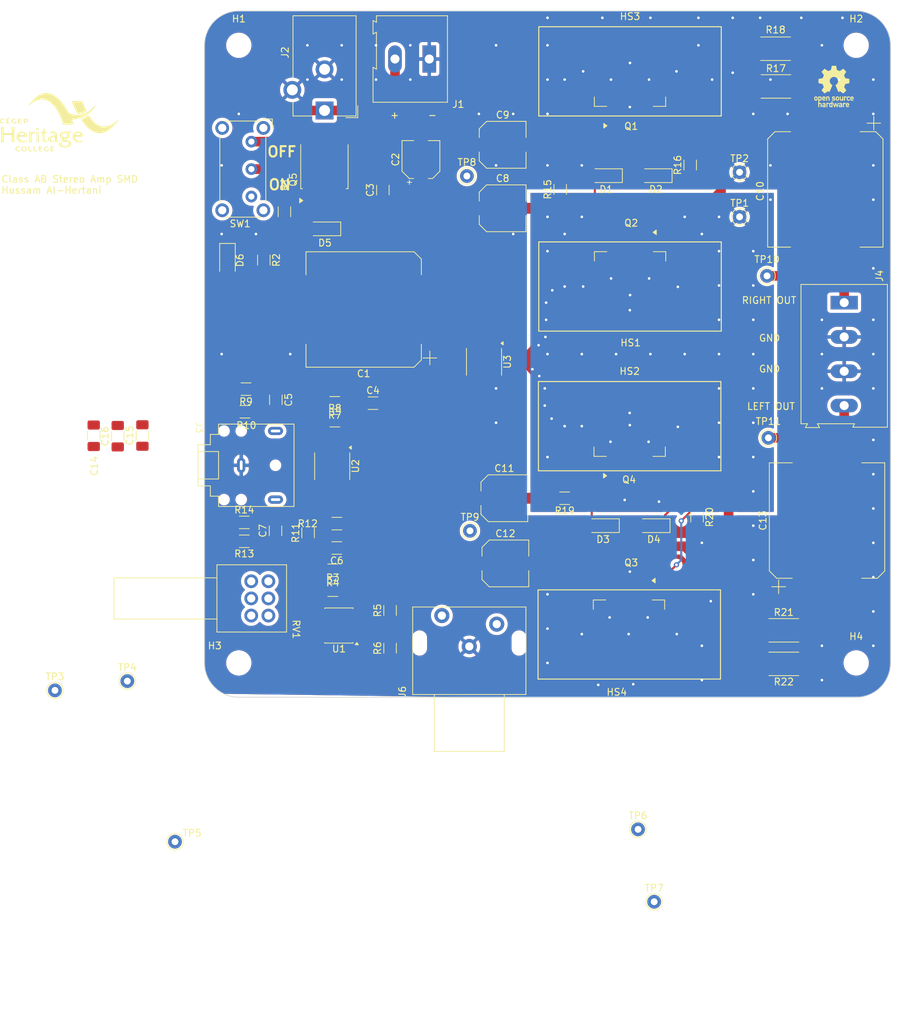
<source format=kicad_pcb>
(kicad_pcb (version 20241229) (generator "pcbnew") (generator_version "9.0")
  (layers (0 "F.Cu" signal) (2 "B.Cu" signal) (13 "F.Paste" user) (15 "B.Paste" user) (5 "F.SilkS" user "F.Silkscreen") (7 "B.SilkS" user "B.Silkscreen") (1 "F.Mask" user) (3 "B.Mask" user) (25 "Edge.Cuts" user))
  (net 0 "")
  (net 1 "GND")
  (net 2 "VCC")
  (net 3 "Net-(C4-Pad1)")
  (net 4 "Net-(U2A-+)")
  (net 5 "RIN0")
  (net 6 "Net-(C6-Pad1)")
  (net 7 "LIN0")
  (net 8 "Net-(U2B-+)")
  (net 9 "RIN2")
  (net 10 "Net-(D1-A)")
  (net 11 "Net-(D2-K)")
  (net 12 "ROUT")
  (net 13 "/POWC")
  (net 14 "LIN2")
  (net 15 "Net-(D3-A)")
  (net 16 "Net-(D4-K)")
  (net 17 "/POWF")
  (net 18 "LOUT")
  (net 19 "Net-(D1-K)")
  (net 20 "Net-(D3-K)")
  (net 21 "Net-(D5-A)")
  (net 22 "Net-(D6-A)")
  (net 23 "/VIN1")
  (net 24 "/POWB")
  (net 25 "/POWA")
  (net 26 "/POWE")
  (net 27 "/POWD")
  (net 28 "/VIN2")
  (net 29 "Net-(U1A-+)")
  (net 30 "Net-(U1B-+)")
  (net 31 "Net-(U2A--)")
  (net 32 "RIN1")
  (net 33 "Net-(U2B--)")
  (net 34 "LIN1")
  (net 35 "Net-(U3A-+)")
  (net 36 "VCC_DIV_2")
  (net 37 "Net-(U3B-+)")
  (net 39 "Net-(U1A--)")
  (footprint "Connector_BarrelJack:BarrelJack_CUI_PJ-102AH_Horizontal" (layer "F.Cu") (at 117.5 64.5 180)
    (property "Reference" "J2")
    (property "Value" "Barrel_Jack_Switch")
  )
  (footprint "TestPoint:TestPoint_THTPad_D2.0mm_Drill1.0mm" (layer "F.Cu") (at 163.2 169.25)
    (property "Reference" "TP6")
    (property "Value" "RIN1")
  )
  (footprint "Capacitor_SMD:C_Elec_6.3x5.4" (layer "F.Cu") (at 143.4625 69.5)
    (property "Reference" "C9")
    (property "Value" "33u")
  )
  (footprint "TestPoint:TestPoint_THTPad_D2.0mm_Drill1.0mm" (layer "F.Cu") (at 88.75 147.65)
    (property "Reference" "TP4")
    (property "Value" "LIN")
  )
  (footprint "Package_SO:SOIC-8_3.9x4.9mm_P1.27mm" (layer "F.Cu") (at 119.6 139.55 180)
    (property "Reference" "U1")
    (property "Value" "NE5532")
  )
  (footprint "TestPoint:TestPoint_THTPad_D2.0mm_Drill1.0mm" (layer "F.Cu") (at 138.7 125.75)
    (property "Reference" "TP9")
    (property "Value" "LIN2")
  )
  (footprint "Resistor_SMD:R_1206_3216Metric_Pad1.30x1.75mm_HandSolder" (layer "F.Cu") (at 171.8 123.75 -90)
    (property "Reference" "R20")
    (property "Value" "3k")
  )
  (footprint "Capacitor_SMD:C_1206_3216Metric_Pad1.33x1.80mm_HandSolder" (layer "F.Cu") (at 124.5625 107.15)
    (property "Reference" "C4")
    (property "Value" "1u")
  )
  (footprint "Resistor_SMD:R_1206_3216Metric_Pad1.30x1.75mm_HandSolder" (layer "F.Cu") (at 115.1 126.05 90)
    (property "Reference" "R11")
    (property "Value" "10k")
  )
  (footprint "Resistor_SMD:R_2512_6332Metric_Pad1.40x3.35mm_HandSolder" (layer "F.Cu") (at 183.25 55.5 180)
    (property "Reference" "R18")
    (property "Value" "1")
  )
  (footprint "TestPoint:TestPoint_THTPad_D2.0mm_Drill1.0mm" (layer "F.Cu") (at 138.25 74.05)
    (property "Reference" "TP8")
    (property "Value" "RIN2")
  )
  (footprint "Resistor_SMD:R_1206_3216Metric_Pad1.30x1.75mm_HandSolder" (layer "F.Cu") (at 105.8 127.275 180)
    (property "Reference" "R13")
    (property "Value" "47k")
  )
  (footprint "myparts:PTD902-2015K-B103" (layer "F.Cu") (at 106.8125 138.1 180)
    (property "Reference" "RV1")
    (property "Value" "10k")
  )
  (footprint "Diode_SMD:D_SOD-123" (layer "F.Cu") (at 165.8 74 180)
    (property "Reference" "D2")
    (property "Value" "1N4148W")
  )
  (footprint "TerminalBlock:TerminalBlock_Altech_AK300-2_P5.00mm" (layer "F.Cu") (at 132.765 57 180)
    (property "Reference" "J1")
    (property "Value" "Screw_Terminal_01x02")
  )
  (footprint "Heatsink:Heatsink_AAVID_573300D00010G_TO-263" (layer "F.Cu") (at 162.03 58.8)
    (property "Reference" "HS3")
    (property "Value" "Q1")
  )
  (footprint "Capacitor_SMD:CP_Elec_5x5.3" (layer "F.Cu") (at 131.55 71.65 90)
    (property "Reference" "C2")
    (property "Value" "10u")
  )
  (footprint "Heatsink:Heatsink_AAVID_573300D00010G_TO-263" (layer "F.Cu") (at 161.92 140.85)
    (property "Reference" "HS4")
    (property "Value" "Q3")
  )
  (footprint "myparts:Jack_3.5mm_CUI_SJ1-2523N_Horizontal" (layer "F.Cu") (at 105.352 116.296 -90)
    (property "Reference" "J3")
    (property "Value" "AudioJack3")
  )
  (footprint "Resistor_SMD:R_1206_3216Metric_Pad1.30x1.75mm_HandSolder" (layer "F.Cu") (at 105.9 108.4)
    (property "Reference" "R10")
    (property "Value" "47k")
  )
  (footprint "Package_SO:SOIC-8_3.9x4.9mm_P1.27mm" (layer "F.Cu") (at 140.745 101.125 -90)
    (property "Reference" "U3")
    (property "Value" "NE5532")
  )
  (footprint "Package_TO_SOT_SMD:TO-263-2" (layer "F.Cu") (at 162.04 89.9 -90)
    (property "Reference" "Q2")
    (property "Value" "NJVMJB41CT4G")
  )
  (footprint "logos:heritage-logo-small" (layer "F.Cu") (at 78.55 66.2)
    (property "Reference" "G***" (hide yes))
    (property "Value" "LOGO" (hide yes))
  )
  (footprint "Capacitor_SMD:C_Elec_6.3x5.4" (layer "F.Cu") (at 143.8625 130.5)
    (property "Reference" "C12")
    (property "Value" "33u")
  )
  (footprint "Symbol:OSHW-Logo_5.7x6mm_SilkScreen" (layer "F.Cu") (at 191.75 61)
    (property "Reference" "REF**" (hide yes))
    (property "Value" "OSHW-Logo_5.7x6mm_SilkScreen" (hide yes))
  )
  (footprint "Diode_SMD:D_SOD-123" (layer "F.Cu") (at 158.55 74 180)
    (property "Reference" "D1")
    (property "Value" "1N4148W")
  )
  (footprint "Resistor_SMD:R_1206_3216Metric_Pad1.30x1.75mm_HandSolder" (layer "F.Cu") (at 111.65 79.25 -90)
    (property "Reference" "R1")
    (property "Value" "100k")
  )
  (footprint "MountingHole:MountingHole_3.2mm_M3_ISO7380" (layer "F.Cu") (at 195 55)
    (property "Reference" "H2")
    (property "Value" "MountingHole")
  )
  (footprint "Resistor_SMD:R_1206_3216Metric_Pad1.30x1.75mm_HandSolder" (layer "F.Cu") (at 127.05 137.35 90)
    (property "Reference" "R5")
    (property "Value" "22k")
  )
  (footprint "Button_Switch_THT:SW_E-Switch_EG1224_SPDT_Angled" (layer "F.Cu") (at 106.8325 69.0425 -90)
    (property "Reference" "SW1")
    (property "Value" "SW_SPDT")
  )
  (footprint "Resistor_SMD:R_1206_3216Metric_Pad1.30x1.75mm_HandSolder" (layer "F.Cu") (at 119 109.7)
    (property "Reference" "R8")
    (property "Value" "220k")
  )
  (footprint "TerminalBlock:TerminalBlock_Altech_AK300-4_P5.00mm" (layer "F.Cu") (at 193.25 92.5 -90)
    (property "Reference" "J4")
    (property "Value" "Screw_Terminal_01x04")
  )
  (footprint "MountingHole:MountingHole_3.2mm_M3_ISO7380" (layer "F.Cu") (at 105 55)
    (property "Reference" "H1")
    (property "Value" "MountingHole")
  )
  (footprint "Resistor_SMD:R_2512_6332Metric_Pad1.40x3.35mm_HandSolder" (layer "F.Cu") (at 184.45 140.25)
    (property "Reference" "R21")
    (property "Value" "1")
  )
  (footprint "Resistor_SMD:R_1206_3216Metric_Pad1.30x1.75mm_HandSolder" (layer "F.Cu") (at 108.65 86.3 -90)
    (property "Reference" "R2")
    (property "Value" "2.4k")
  )
  (footprint "TestPoint:TestPoint_THTPad_D2.0mm_Drill1.0mm" (layer "F.Cu") (at 182 88.6)
    (property "Reference" "TP10")
    (property "Value" "ROUT")
  )
  (footprint "TestPoint:TestPoint_THTPad_D2.0mm_Drill1.0mm" (layer "F.Cu") (at 182.2 112.2)
    (property "Reference" "TP11")
    (property "Value" "LOUT")
  )
  (footprint "Package_TO_SOT_SMD:TO-263-2" (layer "F.Cu") (at 161.875 140.65 -90)
    (property "Reference" "Q3")
    (property "Value" "NJVMJB42CT4G")
  )
  (footprint "Capacitor_SMD:C_1206_3216Metric_Pad1.33x1.80mm_HandSolder" (layer "F.Cu") (at 87.35 111.9625 90)
    (property "Reference" "C16")
    (property "Value" "1u")
  )
  (footprint "Resistor_SMD:R_1206_3216Metric_Pad1.30x1.75mm_HandSolder" (layer "F.Cu") (at 151.85 76 90)
    (property "Reference" "R15")
    (property "Value" "3k")
  )
  (footprint "Capacitor_SMD:C_Elec_6.3x5.4" (layer "F.Cu") (at 143.7125 121)
    (property "Reference" "C11")
    (property "Value" "33u")
  )
  (footprint "Resistor_SMD:R_1206_3216Metric_Pad1.30x1.75mm_HandSolder" (layer "F.Cu") (at 105.8 124.525)
    (property "Reference" "R14")
    (property "Value" "47k")
  )
  (footprint "Resistor_SMD:R_1206_3216Metric_Pad1.30x1.75mm_HandSolder" (layer "F.Cu") (at 119.3 124.7)
    (property "Reference" "R12")
    (property "Value" "220k")
  )
  (footprint "Capacitor_SMD:C_1206_3216Metric_Pad1.33x1.80mm_HandSolder" (layer "F.Cu") (at 110.35 125.7375 90)
    (property "Reference" "C7")
    (property "Value" "1u")
  )
  (footprint "Capacitor_SMD:CP_Elec_16x17.5" (layer "F.Cu") (at 190.5 76 -90)
    (property "Reference" "C10")
    (property "Value" "1000u")
  )
  (footprint "Resistor_SMD:R_1206_3216Metric_Pad1.30x1.75mm_HandSolder" (layer "F.Cu") (at 119 107.1 180)
    (property "Reference" "R7")
    (property "Value" "10k")
  )
  (footprint "Capacitor_SMD:C_1206_3216Metric_Pad1.33x1.80mm_HandSolder" (layer "F.Cu") (at 110.4 106.6625 -90)
    (property "Reference" "C5")
    (property "Value" "1u")
  )
  (footprint "Diode_SMD:D_SOD-123" (layer "F.Cu") (at 158.1 125 180)
    (property "Reference" "D3")
    (property "Value" "1N4148W")
  )
  (footprint "MountingHole:MountingHole_3.2mm_M3_ISO7380" (layer "F.Cu") (at 105 145)
    (property "Reference" "H3")
    (property "Value" "MountingHole")
  )
  (footprint "Diode_SMD:D_SOD-123" (layer "F.Cu") (at 165.5 125 180)
    (property "Reference" "D4")
    (property "Value" "1N4148W")
  )
  (footprint "Capacitor_SMD:CP_Elec_16x17.5" (layer "F.Cu") (at 123.2 93.5 180)
    (property "Reference" "C1")
    (property "Value" "1000u")
  )
  (footprint "Capacitor_SMD:C_1206_3216Metric_Pad1.33x1.80mm_HandSolder" (layer "F.Cu") (at 83.85 111.9 90)
    (property "Reference" "C14")
    (property "Value" "1u")
  )
  (footprint "Resistor_SMD:R_2512_6332Metric_Pad1.40x3.35mm_HandSolder" (layer "F.Cu") (at 183.3 61)
    (property "Reference" "R17")
    (property "Value" "1")
  )
  (footprint "Capacitor_SMD:C_1206_3216Metric_Pad1.33x1.80mm_HandSolder" (layer "F.Cu") (at 119.2875 128.25 180)
    (property "Reference" "C6")
    (property "Value" "1u")
  )
  (footprint "LED_SMD:LED_1206_3216Metric_Pad1.42x1.75mm_HandSolder" (layer "F.Cu") (at 103.35 86.3375 -90)
    (property "Reference" "D6")
    (property "Value" "LED")
  )
  (footprint "TestPoint:TestPoint_THTPad_D2.0mm_Drill1.0mm" (layer "F.Cu") (at 95.7 171.05)
    (property "Reference" "TP5")
    (property "Value" "VCC_DIV_2")
  )
  (footprint "Capacitor_SMD:C_Elec_6.3x5.4" (layer "F.Cu") (at 143.4625 78.75)
    (property "Reference" "C8")
    (property "Value" "33u")
  )
  (footprint "Resistor_SMD:R_1206_3216Metric_Pad1.30x1.75mm_HandSolder" (layer "F.Cu") (at 106.05 105.1 180)
    (property "Reference" "R9")
    (property "Value" "47k")
  )
  (footprint "Resistor_SMD:R_1206_3216Metric_Pad1.30x1.75mm_HandSolder" (layer "F.Cu") (at 152.5 121 180)
    (property "Reference" "R19")
    (property "Value" "3k")
  )
  (footprint "Capacitor_SMD:C_1206_3216Metric_Pad1.33x1.80mm_HandSolder" (layer "F.Cu") (at 90.95 111.8625 90)
    (property "Reference" "C15")
    (property "Value" "1u")
  )
  (footprint "Diode_SMD:D_SOD-123" (layer "F.Cu") (at 117.5 81.75 180)
    (property "Reference" "D5")
    (property "Value" "MMSZ52XXB")
  )
  (footprint "TestPoint:TestPoint_THTPad_D2.0mm_Drill1.0mm" (layer "F.Cu") (at 178 80)
    (property "Reference" "TP1")
    (property "Value" "VCC")
  )
  (footprint "TestPoint:TestPoint_THTPad_D2.0mm_Drill1.0mm" (layer "F.Cu") (at 165.55 179.8)
    (property "Reference" "TP7")
    (property "Value" "LIN1")
  )
  (footprint "Resistor_SMD:R_2512_6332Metric_Pad1.40x3.35mm_HandSolder" (layer "F.Cu") (at 184.45 145.14 180)
    (property "Reference" "R22")
    (property "Value" "1")
  )
  (footprint "Resistor_SMD:R_1206_3216Metric_Pad1.30x1.75mm_HandSolder" (layer "F.Cu") (at 118.7 131.5 180)
    (property "Reference" "R4")
    (property "Value" "22k")
  )
  (footprint "myparts:RCJ-2223" (layer "F.Cu") (at 138.6 142.6 180)
    (property "Reference" "J6")
    (property "Value" "Conn_Coaxial_x2")
  )
  (footprint "MountingHole:MountingHole_3.2mm_M3_ISO7380" (layer "F.Cu") (at 195 145)
    (property "Reference" "H4")
    (property "Value" "MountingHole")
  )
  (footprint "Package_SO:SOIC-8_3.9x4.9mm_P1.27mm" (layer "F.Cu") (at 118.615 116.325 -90)
    (property "Reference" "U2")
    (property "Value" "NE5532")
  )
  (footprint "Heatsink:Heatsink_AAVID_573300D00010G_TO-263" (layer "F.Cu") (at 162.03 90.15)
    (property "Reference" "HS1")
    (property "Value" "Q2")
  )
  (footprint "TestPoint:TestPoint_THTPad_D2.0mm_Drill1.0mm" (layer "F.Cu") (at 178 73.5)
    (property "Reference" "TP2")
    (property "Value" "GND")
  )
  (footprint "Heatsink:Heatsink_AAVID_573300D00010G_TO-263" (layer "F.Cu") (at 161.975 110.5)
    (property "Reference" "HS2")
    (property "Value" "Q4")
  )
  (footprint "Resistor_SMD:R_1206_3216Metric_Pad1.30x1.75mm_HandSolder" (layer "F.Cu") (at 170.8 72.45 90)
    (property "Reference" "R16")
    (property "Value" "3k")
  )
  (footprint "Resistor_SMD:R_1206_3216Metric_Pad1.30x1.75mm_HandSolder" (layer "F.Cu") (at 127.05 142.85 90)
    (property "Reference" "R6")
    (property "Value" "22k")
  )
  (footprint "TestPoint:TestPoint_THTPad_D2.0mm_Drill1.0mm" (layer "F.Cu") (at 78.2 149)
    (property "Reference" "TP3")
    (property "Value" "RIN")
  )
  (footprint "Package_TO_SOT_SMD:TO-263-2" (layer "F.Cu") (at 162.025 59.075 90)
    (property "Reference" "Q1")
    (property "Value" "NJVMJB42CT4G")
  )
  (footprint "Resistor_SMD:R_1206_3216Metric_Pad1.30x1.75mm_HandSolder" (layer "F.Cu") (at 118.7 134.4)
    (property "Reference" "R3")
    (property "Value" "22k")
  )
  (footprint "Package_TO_SOT_SMD:TO-263-2" (layer "F.Cu") (at 161.975 110.075 90)
    (property "Reference" "Q4")
    (property "Value" "NJVMJB41CT4G")
  )
  (footprint "Capacitor_SMD:C_1206_3216Metric_Pad1.33x1.80mm_HandSolder" (layer "F.Cu") (at 126 76.1 90)
    (property "Reference" "C3")
    (property "Value" "1u")
  )
  (footprint "Package_TO_SOT_SMD:TO-252-2" (layer "F.Cu") (at 117.475 72.585 90)
    (property "Reference" "Q5")
    (property "Value" "DMP6180SK3")
  )
  (footprint "Capacitor_SMD:CP_Elec_16x17.5" (layer "F.Cu") (at 190.75 124.25 90)
    (property "Reference" "C13")
    (property "Value" "1000u")
  )
  (gr_line (start 200 55) (end 200 145) (stroke (width 0.1)) (layer "Edge.Cuts"))
  (gr_arc (start 105 150) (mid 101.464466 148.535534) (end 100 145) (stroke (width 0.1)) (layer "Edge.Cuts"))
  (gr_line (start 100 145) (end 100 55) (stroke (width 0.1)) (layer "Edge.Cuts"))
  (gr_arc (start 200 145) (mid 198.535534 148.535534) (end 195 150) (stroke (width 0.1)) (layer "Edge.Cuts"))
  (gr_arc (start 195 50) (mid 198.535534 51.464466) (end 200 55) (stroke (width 0.1)) (layer "Edge.Cuts"))
  (gr_arc (start 100 55) (mid 101.464466 51.464466) (end 105 50) (stroke (width 0.1)) (layer "Edge.Cuts"))
  (gr_line (start 195 150) (end 105 150) (stroke (width 0.1)) (layer "Edge.Cuts"))
  (gr_line (start 105 50) (end 195 50) (stroke (width 0.1)) (layer "Edge.Cuts"))
  (gr_text "GND\n" (at 180.75 98.25 0) (layer "F.SilkS") (effects (font (size 1 1)) (justify left bottom)))
  (gr_text "ON" (at 109.2 76.2 0) (layer "F.SilkS") (effects (font (size 1.5 1.5) (thickness 0.3) (bold yes)) (justify left bottom)))
  (gr_text "OFF\n" (at 109 71.4 0) (layer "F.SilkS") (effects (font (size 1.5 1.5) (thickness 0.3) (bold yes)) (justify left bottom)))
  (gr_text "Class AB Stereo Amp SMD\nHussam Al-Hertani" (at 70.3 76.7 0) (layer "F.SilkS") (effects (font (size 1 1)) (justify left bottom)))
  (gr_text "GND\n" (at 180.75 102.75 0) (layer "F.SilkS") (effects (font (size 1 1)) (justify left bottom)))
  (gr_text "RIGHT OUT\n" (at 178.25 92.75 0) (layer "F.SilkS") (effects (font (size 1 1)) (justify left bottom)))
  (gr_text "-\n" (at 132.5 65.75 0) (layer "F.SilkS") (effects (font (size 1 1)) (justify left bottom)))
  (gr_text "+\n" (at 127 65.75 0) (layer "F.SilkS") (effects (font (size 1 1)) (justify left bottom)))
  (gr_text "LEFT OUT" (at 179 108.2 0) (layer "F.SilkS") (effects (font (size 1 1)) (justify left bottom)))
  (via (at 168.84 140.8) (size 0.762) (drill 0.381) (layers "F.Cu" "B.Cu") (net 1))
  (via (at 165 51) (size 0.762) (drill 0.381) (layers "F.Cu" "B.Cu") (net 1))
  (via (at 150 72.5) (size 0.762) (drill 0.381) (layers "F.Cu" "B.Cu") (net 1))
  (via (at 130 55) (size 0.762) (drill 0.381) (layers "F.Cu" "B.Cu") (net 1))
  (via (at 158 51) (size 0.762) (drill 0.381) (layers "F.Cu" "B.Cu") (net 1))
  (via (at 157.4 148.2) (size 0.762) (drill 0.381) (layers "F.Cu" "B.Cu") (net 1))
  (via (at 197.5 117.5) (size 0.762) (drill 0.381) (layers "F.Cu" "B.Cu") (net 1))
  (via (at 168.8 58.8) (size 0.762) (drill 0.381) (layers "F.Cu" "B.Cu") (net 1))
  (via (at 177 59) (size 0.762) (drill 0.381) (layers "F.Cu" "B.Cu") (net 1))
  (via (at 152.5 60) (size 0.762) (drill 0.381) (layers "F.Cu" "B.Cu") (net 1))
  (via (at 190 55) (size 0.762) (drill 0.381) (layers "F.Cu" "B.Cu") (net 1))
  (via (at 177 51) (size 0.762) (drill 0.381) (layers "F.Cu" "B.Cu") (net 1))
  (via (at 140 65) (size 0.762) (drill 0.381) (layers "F.Cu" "B.Cu") (net 1))
  (via (at 197.5 72.5) (size 0.762) (drill 0.381) (layers "F.Cu" "B.Cu") (net 1))
  (via (at 162.5 148.1) (size 0.762) (drill 0.381) (layers "F.Cu" "B.Cu") (net 1))
  (via (at 192.5 60) (size 0.762) (drill 0.381) (layers "F.Cu" "B.Cu") (net 1))
  (via (at 150 140) (size 0.762) (drill 0.381) (layers "F.Cu" "B.Cu") (net 1))
  (via (at 115 55) (size 0.762) (drill 0.381) (layers "F.Cu" "B.Cu") (net 1))
  (via (at 159.055 138.375) (size 0.762) (drill 0.381) (layers "F.Cu" "B.Cu") (net 1))
  (via (at 161.83 140.8) (size 0.762) (drill 0.381) (layers "F.Cu" "B.Cu") (net 1))
  (via (at 115 60) (size 0.762) (drill 0.381) (layers "F.Cu" "B.Cu") (net 1))
  (via (at 164.8 60) (size 0.762) (drill 0.381) (layers "F.Cu" "B.Cu") (net 1))
  (via (at 150 65) (size 0.762) (drill 0.381) (layers "F.Cu" "B.Cu") (net 1))
  (via (at 190 142.5) (size 0.762) (drill 0.381) (layers "F.Cu" "B.Cu") (net 1))
  (via (at 120 60) (size 0.762) (drill 0.381) (layers "F.Cu" "B.Cu") (net 1))
  (via (at 162 64) (size 0.762) (drill 0.381) (layers "F.Cu" "B.Cu") (net 1))
  (via (at 142.5 55) (size 0.762) (drill 0.381) (layers "F.Cu" "B.Cu") (net 1))
  (via (at 125 55) (size 0.762) (drill 0.381) (layers "F.Cu" "B.Cu") (net 1))
  (via (at 120 55) (size 0.762) (drill 0.381) (layers "F.Cu" "B.Cu") (net 1))
  (via (at 193 51) (size 0.762) (drill 0.381) (layers "F.Cu" "B.Cu") (net 1))
  (via (at 181 51) (size 0.762) (drill 0.381) (layers "F.Cu" "B.Cu") (net 1))
  (via (at 107.5 82.5) (size 0.762) (drill 0.381) (layers "F.Cu" "B.Cu") (net 1))
  (via (at 197.5 95) (size 0.762) (drill 0.381) (layers "F.Cu" "B.Cu") (net 1))
  (via (at 150 60) (size 0.762) (drill 0.381) (layers "F.Cu" "B.Cu") (net 1))
  (via (at 155 72.5) (size 0.762) (drill 0.381) (layers "F.Cu" "B.Cu") (net 1))
  (via (at 197.5 65) (size 0.762) (drill 0.381) (layers "F.Cu" "B.Cu") (net 1))
  (via (at 185 65) (size 0.762) (drill 0.381) (layers "F.Cu" "B.Cu") (net 1))
  (via (at 197.5 87.5) (size 0.762) (drill 0.381) (layers "F.Cu" "B.Cu") (net 1))
  (via (at 112.5 100) (size 0.762) (drill 0.381) (layers "F.Cu" "B.Cu") (net 1))
  (via (at 197.5 122.5) (size 0.762) (drill 0.381) (layers "F.Cu" "B.Cu") (net 1))
  (via (at 155 140.8) (size 0.762) (drill 0.381) (layers "F.Cu" "B.Cu") (net 1))
  (via (at 187 51) (size 0.762) (drill 0.381) (layers "F.Cu" "B.Cu") (net 1))
  (via (at 197.5 100) (size 0.762) (drill 0.381) (layers "F.Cu" "B.Cu") (net 1))
  (via (at 190 147.5) (size 0.762) (drill 0.381) (layers "F.Cu" "B.Cu") (net 1))
  (via (at 180 65) (size 0.762) (drill 0.381) (layers "F.Cu" "B.Cu") (net 1))
  (via (at 150 51) (size 0.762) (drill 0.381) (layers "F.Cu" "B.Cu") (net 1))
  (via (at 172.5 147.5) (size 0.762) (drill 0.381) (layers "F.Cu" "B.Cu") (net 1))
  (via (at 190 95) (size 0.762) (drill 0.381) (layers "F.Cu" "B.Cu") (net 1))
  (via (at 172.5 127.5) (size 0.762) (drill 0.381) (layers "F.Cu" "B.Cu") (net 1))
  (via (at 180 135) (size 0.762) (drill 0.381) (layers "F.Cu" "B.Cu") (net 1))
  (via (at 172 51) (size 0.762) (drill 0.381) (layers "F.Cu" "B.Cu") (net 1))
  (via (at 197.5 105) (size 0.762) (drill 0.381) (layers "F.Cu" "B.Cu") (net 1))
  (via (at 180 130) (size 0.762) (drill 0.381) (layers "F.Cu" "B.Cu") (net 1))
  (via (at 173.8 136) (size 0.762) (drill 0.381) (layers "F.Cu" "B.Cu") (net 1))
  (via (at 145 82.5) (size 0.762) (drill 0.381) (layers "F.Cu" "B.Cu") (net 1))
  (via (at 102.5 82.5) (size 0.762) (drill 0.381) (layers "F.Cu" "B.Cu") (net 1))
  (via (at 102.5 100) (size 0.762) (drill 0.381) (layers "F.Cu" "B.Cu") (net 1))
  (via (at 145 65) (size 0.762) (drill 0.381) (layers "F.Cu" "B.Cu") (net 1))
  (via (at 197.5 137.5) (size 0.762) (drill 0.381) (layers "F.Cu" "B.Cu") (net 1))
  (via (at 197.5 112.5) (size 0.762) (drill 0.381) (layers "F.Cu" "B.Cu") (net 1))
  (via (at 197.5 77.5) (size 0.762) (drill 0.381) (layers "F.Cu" "B.Cu") (net 1))
  (via (at 197.5 132.5) (size 0.762) (drill 0.381) (layers "F.Cu" "B.Cu") (net 1))
  (via (at 174 60) (size 0.762) (drill 0.381) (layers "F.Cu" "B.Cu") (net 1))
  (via (at 150 145) (size 0.762) (drill 0.381) (layers "F.Cu" "B.Cu") (net 1))
  (via (at 162.025 57.575) (size 0.762) (drill 0.381) (layers "F.Cu" "B.Cu") (net 1))
  (via (at 172 55) (size 0.762) (drill 0.381) (layers "F.Cu" "B.Cu") (net 1))
  (via (at 162 131.7) (size 0.762) (drill 0.381) (layers "F.Cu" "B.Cu") (net 1))
  (via (at 150 135) (size 0.762) (drill 0.381) (layers "F.Cu" "B.Cu") (net 1))
  (via (at 125 60) (size 0.762) (drill 0.381) (layers "F.Cu" "B.Cu") (net 1))
  (via (at 182.5 60) (size 0.762) (drill 0.381) (layers "F.Cu" "B.Cu") (net 1))
  (via (at 130 60) (size 0.762) (drill 0.381) (layers "F.Cu" "B.Cu") (net 1))
  (via (at 190 100) (size 0.762) (drill 0.381) (layers "F.Cu" "B.Cu") (net 1))
  (via (at 197.5 127.5) (size 0.762) (drill 0.381) (layers "F.Cu" "B.Cu") (net 1))
  (via (at 172.5 142.5) (size 0.762) (drill 0.381) (layers "F.Cu" "B.Cu") (net 1))
  (via (at 180 125) (size 0.762) (drill 0.381) (layers "F.Cu" "B.Cu") (net 1))
  (via (at 155.2 58.8) (size 0.762) (drill 0.381) (layers "F.Cu" "B.Cu") (net 1))
  (via (at 142.5 105) (size 0.762) (drill 0.381) (layers "F.Cu" "B.Cu") (net 1))
  (via (at 164.605 138.375) (size 0.762) (drill 0.381) (layers "F.Cu" "B.Cu") (net 1))
  (via (at 105 65) (size 0.762) (drill 0.381) (layers "F.Cu" "B.Cu") (net 1))
  (via (at 182.5 72.5) (size 0.762) (drill 0.381) (layers "F.Cu" "B.Cu") (net 1))
  (via (at 159.25 60) (size 0.762) (drill 0.381) (layers "F.Cu" "B.Cu") (net 1))
  (via (at 142.5 110) (size 0.762) (drill 0.381) (layers "F.Cu" "B.Cu") (net 1))
  (via (at 190 105) (size 0.762) (drill 0.381) (layers "F.Cu" "B.Cu") (net 1))
  (via (at 142.5 72.5) (size 0.762) (drill 0.381) (layers "F.Cu" "B.Cu") (net 1))
  (via (at 197.5 60) (size 0.762) (drill 0.381) (layers "F.Cu" "B.Cu") (net 1))
  (via (at 197.5 142.5) (size 0.762) (drill 0.381) (layers "F.Cu" "B.Cu") (net 1))
  (via (at 102.5 72.5) (size 0.762) (drill 0.381) (layers "F.Cu" "B.Cu") (net 1))
  (via (at 150 55) (size 0.762) (drill 0.381) (layers "F.Cu" "B.Cu") (net 1))
  (segment (start 125.9625 77.625) (end 126 77.6625) (width 1.4) (layer "F.Cu") (net 2))
  (segment (start 131.55 76.175) (end 130.0625 77.6625) (width 1.4) (layer "F.Cu") (net 2))
  (segment (start 155 110.5) (end 155.08 110.5) (width 1.4) (layer "F.Cu") (net 2))
  (segment (start 150.6 109.4) (end 151.7 110.5) (width 1.4) (layer "F.Cu") (net 2))
  (segment (start 126 77.6625) (end 130.0625 77.6625) (width 1.4) (layer "F.Cu") (net 2))
  (segment (start 152.5 110.5) (end 155 110.5) (width 1.4) (layer "F.Cu") (net 2))
  (segment (start 155 90.15) (end 155.08 90.15) (width 1.4) (layer "F.Cu") (net 2))
  (segment (start 149.8 96.7) (end 149.8 95) (width 1.4) (layer "F.Cu") (net 2))
  (segment (start 148.8 103.2) (end 149.6 104) (width 1.4) (layer "F.Cu") (net 2))
  (segment (start 149.8 95) (end 149.8 92.5) (width 1.4) (layer "F.Cu") (net 2))
  (segment (start 149.8 92.5) (end 149.8 91.6) (width 1.4) (layer "F.Cu") (net 2))
  (segment (start 147.8 102.2) (end 148.8 103.2) (width 1.4) (layer "F.Cu") (net 2))
  (segment (start 146.5 100.9) (end 147.8 102.2) (width 1.4) (layer "F.Cu") (net 2))
  (segment (start 119.755 77.625) (end 125.9625 77.625) (width 1.4) (layer "F.Cu") (net 2))
  (segment (start 149.7 96.8) (end 149.8 96.7) (width 1.4) (layer "F.Cu") (net 2))
  (segment (start 149.6 104) (end 149.6 105) (width 1.4) (layer "F.Cu") (net 2))
  (segment (start 131.55 73.85) (end 131.55 76.175) (width 1.4) (layer "F.Cu") (net 2))
  (segment (start 146.5 100.9) (end 148.7 98.7) (width 1.4) (layer "F.Cu") (net 2))
  (segment (start 151.25 90.15) (end 152.5 90.15) (width 1.4) (layer "F.Cu") (net 2))
  (segment (start 149.6 107.5) (end 149.6 108.4) (width 1.4) (layer "F.Cu") (net 2))
  (segment (start 149.6 108.4) (end 150.6 109.4) (width 1.4) (layer "F.Cu") (net 2))
  (segment (start 150.7 90.7) (end 151.25 90.15) (width 1.4) (layer "F.Cu") (net 2))
  (segment (start 149.7 97.7) (end 149.7 97.5) (width 1.4) (layer "F.Cu") (net 2))
  (segment (start 151.7 110.5) (end 152.5 110.5) (width 1.4) (layer "F.Cu") (net 2))
  (segment (start 168.77 110.35) (end 168.92 110.5) (width 1.4) (layer "F.Cu") (net 2))
  (segment (start 148.7 98.7) (end 149.7 97.7) (width 1.4) (layer "F.Cu") (net 2))
  (segment (start 152.5 90.15) (end 155 90.15) (width 1.4) (layer "F.Cu") (net 2))
  (segment (start 149.7 97.5) (end 149.7 96.8) (width 1.4) (layer "F.Cu") (net 2))
  (segment (start 149.8 91.6) (end 150.7 90.7) (width 1.4) (layer "F.Cu") (net 2))
  (segment (start 149.6 105) (end 149.6 107.5) (width 1.4) (layer "F.Cu") (net 2))
  (via (at 148.7 98.7) (size 0.762) (drill 0.381) (layers "F.Cu" "B.Cu") (net 2))
  (via (at 149.6 107.5) (size 0.762) (drill 0.381) (layers "F.Cu" "B.Cu") (net 2))
  (via (at 155.2 90.15) (size 0.762) (drill 0.381) (layers "F.Cu" "B.Cu") (net 2))
  (via (at 180 120) (size 0.762) (drill 0.381) (layers "F.Cu" "B.Cu") (net 2))
  (via (at 155 110.5) (size 0.762) (drill 0.381) (layers "F.Cu" "B.Cu") (net 2))
  (via (at 148.8 103.2) (size 0.762) (drill 0.381) (layers "F.Cu" "B.Cu") (net 2))
  (via (at 152.5 110.5) (size 0.762) (drill 0.381) (layers "F.Cu" "B.Cu") (net 2))
  (via (at 150 85) (size 0.762) (drill 0.381) (layers "F.Cu" "B.Cu") (net 2))
  (via (at 150.6 109.4) (size 0.762) (drill 0.381) (layers "F.Cu" "B.Cu") (net 2))
  (via (at 149.8 95) (size 0.762) (drill 0.381) (layers "F.Cu" "B.Cu") (net 2))
  (via (at 175 115) (size 0.762) (drill 0.381) (layers "F.Cu" "B.Cu") (net 2))
  (via (at 180 95) (size 0.762) (drill 0.381) (layers "F.Cu" "B.Cu") (net 2))
  (via (at 155 100) (size 0.762) (drill 0.381) (layers "F.Cu" "B.Cu") (net 2))
  (via (at 175 105) (size 0.762) (drill 0.381) (layers "F.Cu" "B.Cu") (net 2))
  (via (at 175 80) (size 0.762) (drill 0.381) (layers "F.Cu" "B.Cu") (net 2))
  (via (at 180 105) (size 0.762) (drill 0.381) (layers "F.Cu" "B.Cu") (net 2))
  (via (at 159.265 88.975) (size 0.762) (drill 0.381) (layers "F.Cu" "B.Cu") (net 2))
  (via (at 182.5 77.5) (size 0.762) (drill 0.381) (layers "F.Cu" "B.Cu") (net 2))
  (via (at 180 110) (size 0.762) (drill 0.381) (layers "F.Cu" "B.Cu") (net 2))
  (via (at 166.25 121.5) (size 0.762) (drill 0.381) (layers "F.Cu" "B.Cu") (net 2))
  (via (at 170 100) (size 0.762) (drill 0.381) (layers "F.Cu" "B.Cu") (net 2))
  (via (at 180 100) (size 0.762) (drill 0.381) (layers "F.Cu" "B.Cu") (net 2))
  (via (at 170 80) (size 0.762) (drill 0.381) (layers "F.Cu" "B.Cu") (net 2))
  (via (at 150 115) (size 0.762) (drill 0.381) (layers "F.Cu" "B.Cu") (net 2))
  (via (at 147.8 102.2) (size 0.762) (drill 0.381) (layers "F.Cu" "B.Cu") (net 2))
  (via (at 172.5 82.5) (size 0.762) (drill 0.381) (layers "F.Cu" "B.Cu") (net 2))
  (via (at 152.5 90.15) (size 0.762) (drill 0.381) (layers "F.Cu" "B.Cu") (net 2))
  (via (at 161.25 121.25) (size 0.762) (drill 0.381) (layers "F.Cu" "B.Cu") (net 2))
  (via (at 165 100) (size 0.762) (drill 0.381) (layers "F.Cu" "B.Cu") (net 2))
  (via (at 150 80) (size 0.762) (drill 0.381) (layers "F.Cu" "B.Cu") (net 2))
  (via (at 161.975 108.575) (size 0.762) (drill 0.381) (layers "F.Cu" "B.Cu") (net 2))
  (via (at 169 90.2) (size 0.762) (drill 0.381) (layers "F.Cu" "B.Cu") (net 2))
  (via (at 175 95) (size 0.762) (drill 0.381) (layers "F.Cu" "B.Cu") (net 2))
  (via (at 152.5 82.5) (size 0.762) (drill 0.381) (layers "F.Cu" "B.Cu") (net 2))
  (via (at 149.6 105) (size 0.762) (drill 0.381) (layers "F.Cu" "B.Cu") (net 2))
  (via (at 180 115) (size 0.762) (drill 0.381) (layers "F.Cu" "B.Cu") (net 2))
  (via (at 169 110.6) (size 0.762) (drill 0.381) (layers "F.Cu" "B.Cu") (net 2))
  (via (at 162.04 91.4) (size 0.762) (drill 0.381) (layers "F.Cu" "B.Cu") (net 2))
  (via (at 149.7 97.5) (size 0.762) (drill 0.381) (layers "F.Cu" "B.Cu") (net 2))
  (via (at 180 85) (size 0.762) (drill 0.381) (layers "F.Cu" "B.Cu") (net 2))
  (via (at 159.185 112.775) (size 0.762) (drill 0.381) (layers "F.Cu" "B.Cu") (net 2))
  (via (at 162 93.6) (size 0.762) (drill 0.381) (layers "F.Cu" "B.Cu") (net 2))
  (via (at 149.8 92.5) (size 0.762) (drill 0.381) (layers "F.Cu" "B.Cu") (net 2))
  (via (at 175 110) (size 0.762) (drill 0.381) (layers "F.Cu" "B.Cu") (net 2))
  (via (at 175 85) (size 0.762) (drill 0.381) (layers "F.Cu" "B.Cu") (net 2))
  (via (at 155 80) (size 0.762) (drill 0.381) (layers "F.Cu" "B.Cu") (net 2))
  (via (at 164.735 112.775) (size 0.762) (drill 0.381) (layers "F.Cu" "B.Cu") (net 2))
  (via (at 160 100) (size 0.762) (drill 0.381) (layers "F.Cu" "B.Cu") (net 2))
  (via (at 150 100) (size 0.762) (drill 0.381) (layers "F.Cu" "B.Cu") (net 2))
  (via (at 150.7 90.7) (size 0.762) (drill 0.381) (layers "F.Cu" "B.Cu") (net 2))
  (via (at 175 100) (size 0.762) (drill 0.381) (layers "F.Cu" "B.Cu") (net 2))
  (via (at 175 90) (size 0.762) (drill 0.381) (layers "F.Cu" "B.Cu") (net 2))
  (via (at 164.815 88.975) (size 0.762) (drill 0.381) (layers "F.Cu" "B.Cu") (net 2))
  (via (at 180 90) (size 0.762) (drill 0.381) (layers "F.Cu" "B.Cu") (net 2))
  (via (at 162 110.35) (size 0.762) (drill 0.381) (layers "F.Cu" "B.Cu") (net 2))
  (segment (start 153.45 74.45) (end 151.85 74.45) (width 0.3048) (layer "F.Cu") (net 10))
  (segment (start 161.3 83) (end 161.3 84.7) (width 0.3048) (layer "F.Cu") (net 10))
  (segment (start 154.5 74) (end 154 74.5) (width 0.3048) (layer "F.Cu") (net 10))
  (segment (start 147.55 74.45) (end 146 76) (width 0.3048) (layer "F.Cu") (net 10))
  (segment (start 156.9 74) (end 154.5 74) (width 0.3048) (layer "F.Cu") (net 10))
  (segment (start 162.05 82.25) (end 161.3 83) (width 0.3048) (layer "F.Cu") (net 10))
  (segment (start 151.85 74.45) (end 147.55 74.45) (width 0.3048) (layer "F.Cu") (net 10))
  (segment (start 157.6 85.1) (end 156.9 84.4) (width 0.3048) (layer "F.Cu") (net 10))
  (segment (start 146 76) (end 146 78.75) (width 0.3048) (layer "F.Cu") (net 10))
  (segment (start 153.5 74.5) (end 153.45 74.45) (width 0.3048) (layer "F.Cu") (net 10))
  (segment (start 160.9 85.1) (end 157.6 85.1) (width 0.3048) (layer "F.Cu") (net 10))
  (segment (start 156.9 84.4) (end 156.9 74) (width 0.3048) (layer "F.Cu") (net 10))
  (segment (start 164.58 82.25) (end 162.05 82.25) (width 0.3048) (layer "F.Cu") (net 10))
  (segment (start 154 74.5) (end 153.5 74.5) (width 0.3048) (layer "F.Cu") (net 10))
  (segment (start 161.3 84.7) (end 160.9 85.1) (width 0.3048) (layer "F.Cu") (net 10))
  (segment (start 162.2 69.5) (end 162.2 71.1) (width 0.3048) (layer "F.Cu") (net 11))
  (segment (start 162.2 71.1) (end 163 71.9) (width 0.3048) (layer "F.Cu") (net 11))
  (segment (start 155.25 68.25) (end 159.42 68.25) (width 0.3048) (layer "F.Cu") (net 11))
  (segment (start 167.45 72.45) (end 167.45 74) (width 0.3048) (layer "F.Cu") (net 11))
  (segment (start 160.95 68.25) (end 162.2 69.5) (width 0.3048) (layer "F.Cu") (net 11))
  (segment (start 146 69.5) (end 154 69.5) (width 0.3048) (layer "F.Cu") (net 11))
  (segment (start 154 69.5) (end 155.25 68.25) (width 0.3048) (layer "F.Cu") (net 11))
  (segment (start 170.8 74) (end 167.45 74) (width 0.3048) (layer "F.Cu") (net 11))
  (segment (start 166.9 71.9) (end 167.45 72.45) (width 0.3048) (layer "F.Cu") (net 11))
  (segment (start 163 71.9) (end 166.9 71.9) (width 0.3048) (layer "F.Cu") (net 11))
  (segment (start 159.42 68.25) (end 160.95 68.25) (width 0.3048) (layer "F.Cu") (net 11))
  (segment (start 193.25 90.75) (end 190.5 88) (width 1.4) (layer "F.Cu") (net 12))
  (segment (start 189.9 88.6) (end 190.5 88) (width 1.4) (layer "F.Cu") (net 12))
  (segment (start 193.25 92.5) (end 193.25 90.75) (width 1.4) (layer "F.Cu") (net 12))
  (segment (start 182 88.6) (end 189.9 88.6) (width 1.4) (layer "F.Cu") (net 12))
  (segment (start 190.5 88) (end 190.5 82.25) (width 1.4) (layer "F.Cu") (net 12))
  (segment (start 188.5 61) (end 186.35 61) (width 1.4) (layer "F.Cu") (net 13))
  (segment (start 186.35 55.55) (end 186.3 55.5) (width 1.4) (layer "F.Cu") (net 13))
  (segment (start 186.35 61) (end 186.35 55.55) (width 1.4) (layer "F.Cu") (net 13))
  (segment (start 190.5 69.75) (end 190.5 63) (width 1.4) (layer "F.Cu") (net 13))
  (segment (start 190.5 63) (end 188.5 61) (width 1.4) (layer "F.Cu") (net 13))
  (segment (start 141.175 130.35) (end 141.325 130.5) (width 0.3048) (layer "F.Cu") (net 14))
  (segment (start 159.435 117.725) (end 157.675 117.725) (width 0.3048) (layer "F.Cu") (net 15))
  (segment (start 150.95 121) (end 150.95 119.65) (width 0.3048) (layer "F.Cu") (net 15))
  (segment (start 157.675 117.725) (end 156.45 118.95) (width 0.3048) (layer "F.Cu") (net 15))
  (segment (start 151.65 118.95) (end 156.45 118.95) (width 0.3048) (layer "F.Cu") (net 15))
  (segment (start 150.95 119.65) (end 151.65 118.95) (width 0.3048) (layer "F.Cu") (net 15))
  (segment (start 146.25 121) (end 150.95 121) (width 0.3048) (layer "F.Cu") (net 15))
  (segment (start 156.45 118.95) (end 156.45 125) (width 0.3048) (layer "F.Cu") (net 15))
  (segment (start 171.8 122.2) (end 171.6 122.2) (width 0.3048) (layer "F.Cu") (net 16))
  (segment (start 164.515 133.1) (end 164.415 133) (width 0.3048) (layer "F.Cu") (net 16))
  (segment (start 166.4 133.1) (end 164.515 133.1) (width 0.3048) (layer "F.Cu") (net 16))
  (segment (start 168.4 122.2) (end 167.15 123.45) (width 0.3048) (layer "F.Cu") (net 16))
  (segment (start 155 130.5) (end 146.4 130.5) (width 0.3048) (layer "F.Cu") (net 16))
  (segment (start 157.3 134.9) (end 157.3 132.8) (width 0.3048) (layer "F.Cu") (net 16))
  (segment (start 162.4 136.1) (end 158.5 136.1) (width 0.3048) (layer "F.Cu") (net 16))
  (segment (start 171.8 122.2) (end 168.4 122.2) (width 0.3048) (layer "F.Cu") (net 16))
  (segment (start 164.37 131.65) (end 164.37 134.13) (width 0.3048) (layer "F.Cu") (net 16))
  (segment (start 171.6 122.2) (end 169.5 124.3) (width 0.3048) (layer "F.Cu") (net 16))
  (segment (start 158.5 136.1) (end 157.3 134.9) (width 0.3048) (layer "F.Cu") (net 16))
  (segment (start 157.3 132.8) (end 155 130.5) (width 0.3048) (layer "F.Cu") (net 16))
  (segment (start 168.8 130.7) (end 166.4 133.1) (width 0.3048) (layer "F.Cu") (net 16))
  (segment (start 167.15 123.45) (end 167.15 125) (width 0.3048) (layer "F.Cu") (net 16))
  (segment (start 164.37 134.13) (end 162.4 136.1) (width 0.3048) (layer "F.Cu") (net 16))
  (via (at 168.8 130.7) (size 0.762) (drill 0.381) (layers "F.Cu" "B.Cu") (net 16))
  (via (at 169.5 124.3) (size 0.762) (drill 0.381) (layers "F.Cu" "B.Cu") (net 16))
  (segment (start 169.5 124.3) (end 169.5 130) (width 0.3048) (layer "B.Cu") (net 16))
  (segment (start 169.5 130) (end 168.8 130.7) (width 0.3048) (layer "B.Cu") (net 16))
  (segment (start 189.25 140.25) (end 187.5 140.25) (width 1.4) (layer "F.Cu") (net 17))
  (segment (start 190.75 130.5) (end 190.75 138.75) (width 1.4) (layer "F.Cu") (net 17))
  (segment (start 187.5 140.25) (end 187.5 145.14) (width 1.4) (layer "F.Cu") (net 17))
  (segment (start 190.75 138.75) (end 189.25 140.25) (width 1.4) (layer "F.Cu") (net 17))
  (segment (start 192.25 111.25) (end 190.75 112.75) (width 1.4) (layer "F.Cu") (net 18))
  (segment (start 193.25 110.25) (end 192.25 111.25) (width 1.4) (layer "F.Cu") (net 18))
  (segment (start 190.75 112.75) (end 190.75 118) (width 1.4) (layer "F.Cu") (net 18))
  (segment (start 191.3 112.2) (end 192.25 111.25) (width 1.4) (layer "F.Cu") (net 18))
  (segment (start 182.2 112.2) (end 191.3 112.2) (width 1.4) (layer "F.Cu") (net 18))
  (segment (start 193.25 107.5) (end 193.25 110.25) (width 1.4) (layer "F.Cu") (net 18))
  (segment (start 164.15 74) (end 160.2 74) (width 0.3048) (layer "F.Cu") (net 19))
  (segment (start 163.85 125) (end 159.75 125) (width 0.3048) (layer "F.Cu") (net 20))
  (segment (start 127.765 60.735) (end 124 64.5) (width 1.4) (layer "F.Cu") (net 23))
  (segment (start 106.8325 69.0425) (end 109.4575 69.0425) (width 1.4) (layer "F.Cu") (net 23))
  (segment (start 124 64.5) (end 117.5 64.5) (width 1.4) (layer "F.Cu") (net 23))
  (segment (start 114.55 64.5) (end 117.5 64.5) (width 1.4) (layer "F.Cu") (net 23))
  (segment (start 110.1 68.95) (end 114.55 64.5) (width 1.4) (layer "F.Cu") (net 23))
  (segment (start 127.765 57) (end 127.765 60.735) (width 1.4) (layer "F.Cu") (net 23))
  (segment (start 171.5 66.5) (end 171.5 58.5) (width 1.4) (layer "F.Cu") (net 24))
  (segment (start 171.5 58.5) (end 174.5 55.5) (width 1.4) (layer "F.Cu") (net 24))
  (segment (start 164.5 68.25) (end 169.75 68.25) (width 1.4) (layer "F.Cu") (net 24))
  (segment (start 169.75 68.25) (end 171.5 66.5) (width 1.4) (layer "F.Cu") (net 24))
  (segment (start 174.5 55.5) (end 180.2 55.5) (width 1.4) (layer "F.Cu") (net 24))
  (segment (start 178.5 61) (end 175.3 64.2) (width 1.4) (layer "F.Cu") (net 25))
  (segment (start 173.8 77.8) (end 160.2 77.8) (width 1.4) (layer "F.Cu") (net 25))
  (segment (start 159.5 78.5) (end 160.2 77.8) (width 1.4) (layer "F.Cu") (net 25))
  (segment (start 159.5 82.25) (end 159.5 78.5) (width 1.4) (layer "F.Cu") (net 25))
  (segment (start 175.3 64.2) (end 175.3 76.3) (width 1.4) (layer "F.Cu") (net 25))
  (segment (start 175.3 76.3) (end 173.8 77.8) (width 1.4) (layer "F.Cu") (net 25))
  (segment (start 180.25 61) (end 178.5 61) (width 1.4) (layer "F.Cu") (net 25))
  (segment (start 171.5 138) (end 171.5 129.5) (width 1.4) (layer "F.Cu") (net 26))
  (segment (start 171.5 129.5) (end 170 128) (width 1.4) (layer "F.Cu") (net 26))
  (segment (start 181.4 145.14) (end 178.64 145.14) (width 1.4) (layer "F.Cu") (net 26))
  (segment (start 160.5 128) (end 159.335 129.165) (width 1.4) (layer "F.Cu") (net 26))
  (segment (start 159.335 129.165) (end 159.335 133) (width 1.4) (layer "F.Cu") (net 26))
  (segment (start 178.64 145.14) (end 171.5 138) (width 1.4) (layer "F.Cu") (net 26))
  (segment (start 170 128) (end 160.5 128) (width 1.4) (layer "F.Cu") (net 26))
  (segment (start 176.4 122.5) (end 176.4 139.4) (width 1.4) (layer "F.Cu") (net 27))
  (segment (start 164.515 117.725) (end 165.925 117.725) (width 1.4) (layer "F.Cu") (net 27))
  (segment (start 176.4 139.4) (end 177.25 140.25) (width 1.4) (layer "F.Cu") (net 27))
  (segment (start 173.4 119.5) (end 176.4 122.5) (width 1.4) (layer "F.Cu") (net 27))
  (segment (start 165.925 117.725) (end 167.7 119.5) (width 1.4) (layer "F.Cu") (net 27))
  (segment (start 167.7 119.5) (end 173.4 119.5) (width 1.4) (layer "F.Cu") (net 27))
  (segment (start 177.25 140.25) (end 181.4 140.25) (width 1.4) (layer "F.Cu") (net 27))
  (segment (start 106.8325 73.0425) (end 115.9075 73.0425) (width 1.4) (layer "F.Cu") (net 28))
  (segment (start 115.9075 73.0425) (end 115.95 73) (width 1.4) (layer "F.Cu") (net 28))
  (segment (start 117.125 140.185) (end 117.125 138.915) (width 0.3048) (layer "F.Cu") (net 36))
  (segment (start 122.075 140.185) (end 122.075 141.455) (width 0.3048) (layer "F.Cu") (net 39))
  (zone (net 2) (net_name "VCC") (layers "F.Cu" "B.Cu") (connect_pads (clearance 0.5)) (min_thickness 0.25) (fill yes (thermal_gap 0.5) (thermal_bridge_width 0.5))
    (polygon (pts (xy 147 76) (xy 147 123.5) (xy 183.5 123.5) (xy 183.5 76)))
  )
  (zone (net 1) (net_name "GND") (layers "F.Cu" "B.Cu") (priority 1) (connect_pads (clearance 0.5)) (min_thickness 0.25) (fill yes (thermal_gap 0.5) (thermal_bridge_width 0.5))
    (polygon (pts (xy 183.5 50) (xy 200 50) (xy 200 150) (xy 139.45 150) (xy 99.8 149.45) (xy 100 102.1) (xy 100 50)))
    (polygon (pts (xy 147 76) (xy 147 123.5) (xy 183.5 123.5) (xy 183.5 76)))
  )
)
</source>
